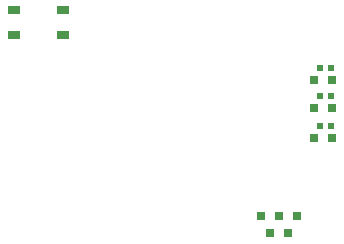
<source format=gtp>
G04*
G04 #@! TF.GenerationSoftware,Altium Limited,DefaultClient, ()*
G04*
G04 Layer_Color=8421504*
%FSLAX44Y44*%
%MOMM*%
G71*
G04*
G04 #@! TF.SameCoordinates,17B1D168-C64C-4368-B74A-C04FDEF24575*
G04*
G04*
G04 #@! TF.FilePolarity,Positive*
G04*
G01*
G75*
%ADD15R,0.8000X0.8000*%
%ADD16R,1.0000X0.7500*%
%ADD17R,0.5500X0.5500*%
D15*
X-17500Y-180000D02*
D03*
X-32500D02*
D03*
X-40000Y-165000D02*
D03*
X-25000D02*
D03*
X-10000D02*
D03*
X19450Y-99290D02*
D03*
X4450D02*
D03*
X19450Y-73890D02*
D03*
X4450D02*
D03*
X19450Y-49760D02*
D03*
X4450D02*
D03*
D16*
X-249348Y9478D02*
D03*
Y-11858D02*
D03*
X-207692D02*
D03*
Y9478D02*
D03*
D17*
X18990Y-89130D02*
D03*
X9990D02*
D03*
X18990Y-63730D02*
D03*
X9990D02*
D03*
X18990Y-39600D02*
D03*
X9990D02*
D03*
M02*

</source>
